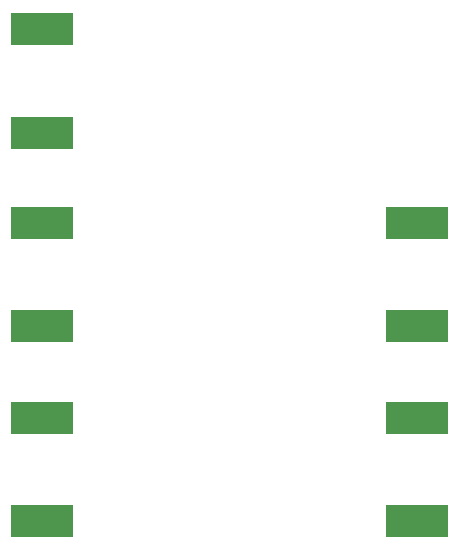
<source format=gbr>
G04 #@! TF.GenerationSoftware,KiCad,Pcbnew,(2017-05-02 revision e4d2924ee)-makepkg*
G04 #@! TF.CreationDate,2017-08-14T20:40:29-05:00*
G04 #@! TF.ProjectId,MiscRf,4D69736352662E6B696361645F706362,rev?*
G04 #@! TF.FileFunction,Soldermask,Bot*
G04 #@! TF.FilePolarity,Negative*
%FSLAX46Y46*%
G04 Gerber Fmt 4.6, Leading zero omitted, Abs format (unit mm)*
G04 Created by KiCad (PCBNEW (2017-05-02 revision e4d2924ee)-makepkg) date 08/14/17 20:40:29*
%MOMM*%
%LPD*%
G01*
G04 APERTURE LIST*
%ADD10C,0.100000*%
%ADD11R,5.283200X2.819400*%
G04 APERTURE END LIST*
D10*
D11*
X161290000Y-61595000D03*
X161290000Y-52832000D03*
X161290000Y-69215000D03*
X161290000Y-77978000D03*
X193040000Y-77978000D03*
X193040000Y-69215000D03*
X161290000Y-85725000D03*
X161290000Y-94488000D03*
X193040000Y-94488000D03*
X193040000Y-85725000D03*
M02*

</source>
